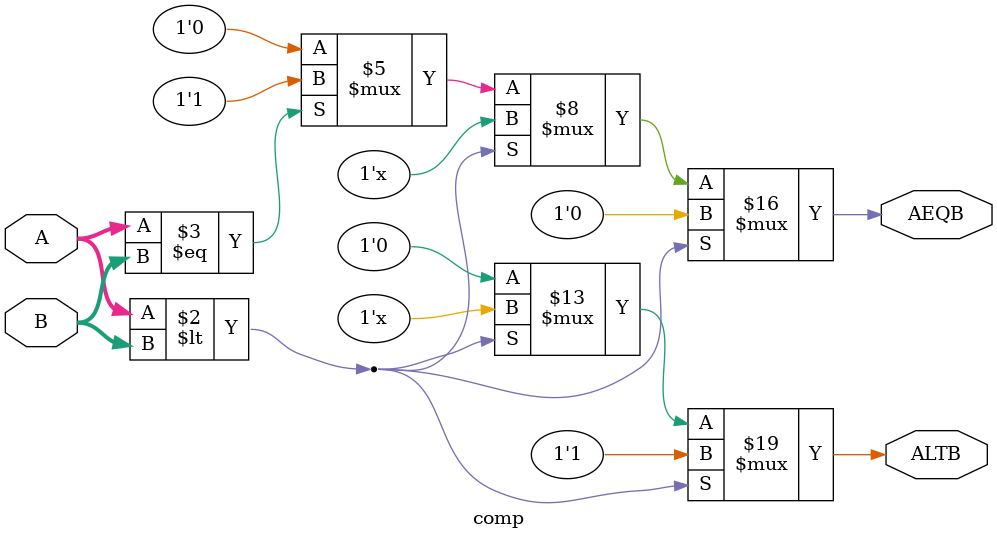
<source format=v>
module comp (ALTB, AEQB, A, B);

    //I/O Ports
    output ALTB, AEQB;
    input [3:0] A, B;
    reg ALTB, AEQB;

    //Behavioral
    always @ (A or B) begin
        if (A < B) begin
            ALTB = 1;
            AEQB = 0;
        end
        else if (A == B) begin
            ALTB = 0;
            AEQB = 1;
        end
        else begin
            ALTB = 0;
            AEQB = 0;
        end
    end
endmodule

</source>
